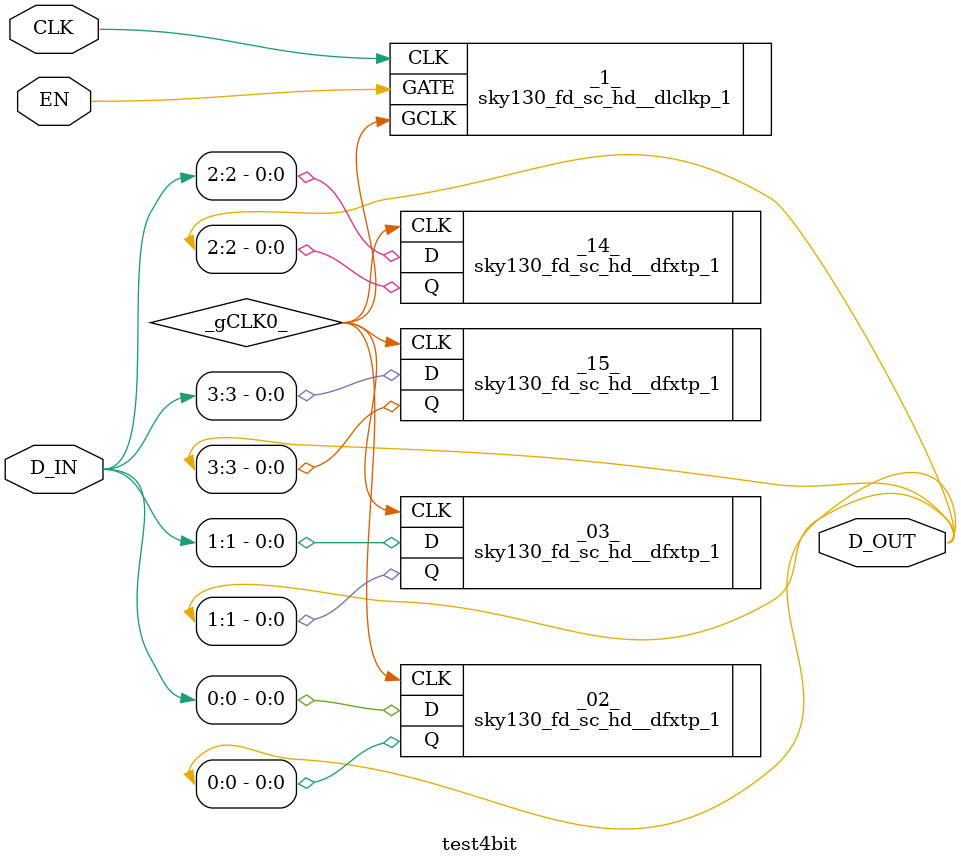
<source format=v>
`include "primitives.v"
`include "sky130_hd.v"

module test4bit(D_IN, CLK, EN, D_OUT);

  wire _gCLK0_ ;
  input CLK;
  input [3:0] D_IN;
  output [3:0] D_OUT;
  input EN;
  sky130_fd_sc_hd__dlclkp_1 _1_ (
   .GCLK(_gCLK0_),
   .CLK(CLK),
   .GATE(EN)
  );
  sky130_fd_sc_hd__dfxtp_1 _02_ (
   .CLK(_gCLK0_),
   .D(D_IN[0]),
   .Q(D_OUT[0])
  );
  sky130_fd_sc_hd__dfxtp_1 _03_ (
   .CLK(_gCLK0_),
   .D(D_IN[1]),
   .Q(D_OUT[1])
  );
  sky130_fd_sc_hd__dfxtp_1 _14_ (
   .CLK(_gCLK0_),
   .D(D_IN[2]),
   .Q(D_OUT[2])
  );
  sky130_fd_sc_hd__dfxtp_1 _15_ (
   .CLK(_gCLK0_),
   .D(D_IN[3]),
   .Q(D_OUT[3])
  );
endmodule

</source>
